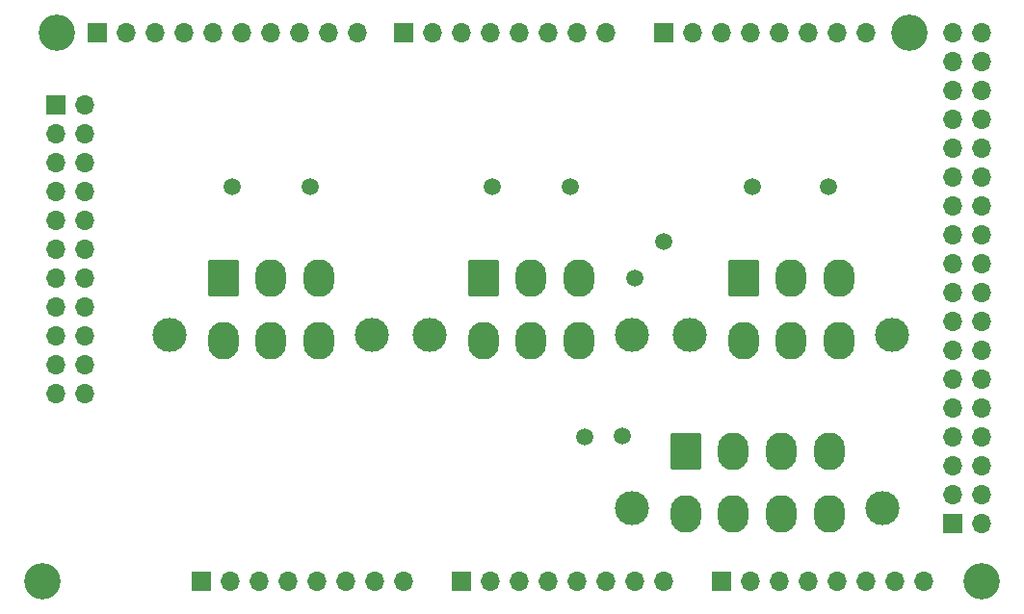
<source format=gbr>
%TF.GenerationSoftware,KiCad,Pcbnew,8.0.5*%
%TF.CreationDate,2024-10-06T15:19:25-06:00*%
%TF.ProjectId,ABSIS_Bus_Master,41425349-535f-4427-9573-5f4d61737465,5.0.0*%
%TF.SameCoordinates,Original*%
%TF.FileFunction,Soldermask,Bot*%
%TF.FilePolarity,Negative*%
%FSLAX46Y46*%
G04 Gerber Fmt 4.6, Leading zero omitted, Abs format (unit mm)*
G04 Created by KiCad (PCBNEW 8.0.5) date 2024-10-06 15:19:25*
%MOMM*%
%LPD*%
G01*
G04 APERTURE LIST*
G04 Aperture macros list*
%AMRoundRect*
0 Rectangle with rounded corners*
0 $1 Rounding radius*
0 $2 $3 $4 $5 $6 $7 $8 $9 X,Y pos of 4 corners*
0 Add a 4 corners polygon primitive as box body*
4,1,4,$2,$3,$4,$5,$6,$7,$8,$9,$2,$3,0*
0 Add four circle primitives for the rounded corners*
1,1,$1+$1,$2,$3*
1,1,$1+$1,$4,$5*
1,1,$1+$1,$6,$7*
1,1,$1+$1,$8,$9*
0 Add four rect primitives between the rounded corners*
20,1,$1+$1,$2,$3,$4,$5,0*
20,1,$1+$1,$4,$5,$6,$7,0*
20,1,$1+$1,$6,$7,$8,$9,0*
20,1,$1+$1,$8,$9,$2,$3,0*%
G04 Aperture macros list end*
%ADD10C,3.200000*%
%ADD11C,1.500000*%
%ADD12C,3.000000*%
%ADD13RoundRect,0.250001X-1.099999X-1.399999X1.099999X-1.399999X1.099999X1.399999X-1.099999X1.399999X0*%
%ADD14O,2.700000X3.300000*%
%ADD15R,1.700000X1.700000*%
%ADD16O,1.700000X1.700000*%
G04 APERTURE END LIST*
D10*
%TO.C,MK1*%
X3175000Y2540000D03*
%TD*%
%TO.C,MK3*%
X85725000Y2540000D03*
%TD*%
%TO.C,MK4*%
X4445000Y50800000D03*
%TD*%
%TO.C,MK6*%
X79375000Y50800000D03*
%TD*%
D11*
%TO.C,TP1*%
X50800000Y15240000D03*
%TD*%
%TO.C,TP2*%
X57785000Y32385000D03*
%TD*%
%TO.C,TP3*%
X55245000Y29210000D03*
%TD*%
%TO.C,TP4*%
X54102000Y15303500D03*
%TD*%
%TO.C,TP6*%
X65532000Y37211000D03*
%TD*%
%TO.C,TP10*%
X19812000Y37211000D03*
%TD*%
%TO.C,TP9*%
X26670000Y37211000D03*
%TD*%
%TO.C,TP8*%
X42672000Y37211000D03*
%TD*%
%TO.C,TP7*%
X49530000Y37211000D03*
%TD*%
%TO.C,TP5*%
X72263000Y37211000D03*
%TD*%
D12*
%TO.C,J1*%
X54990000Y8960000D03*
X76990000Y8960000D03*
D13*
X59690000Y14000000D03*
D14*
X63890000Y14000000D03*
X68090000Y14000000D03*
X72290000Y14000000D03*
X59690000Y8500000D03*
X63890000Y8500000D03*
X68090000Y8500000D03*
X72290000Y8500000D03*
%TD*%
D12*
%TO.C,J3*%
X37210000Y24170000D03*
X55010000Y24170000D03*
D13*
X41910000Y29210000D03*
D14*
X46110000Y29210000D03*
X50310000Y29210000D03*
X41910000Y23710000D03*
X46110000Y23710000D03*
X50310000Y23710000D03*
%TD*%
D12*
%TO.C,J4*%
X14350000Y24170000D03*
X32150000Y24170000D03*
D13*
X19050000Y29210000D03*
D14*
X23250000Y29210000D03*
X27450000Y29210000D03*
X19050000Y23710000D03*
X23250000Y23710000D03*
X27450000Y23710000D03*
%TD*%
D12*
%TO.C,J2*%
X60070000Y24170000D03*
X77870000Y24170000D03*
D13*
X64770000Y29210000D03*
D14*
X68970000Y29210000D03*
X73170000Y29210000D03*
X64770000Y23710000D03*
X68970000Y23710000D03*
X73170000Y23710000D03*
%TD*%
D15*
%TO.C,J5*%
X4360000Y44440000D03*
D16*
X6900000Y44440000D03*
X4360000Y41900000D03*
X6900000Y41900000D03*
X4360000Y39360000D03*
X6900000Y39360000D03*
X4360000Y36820000D03*
X6900000Y36820000D03*
X4360000Y34280000D03*
X6900000Y34280000D03*
X4360000Y31740000D03*
X6900000Y31740000D03*
X4360000Y29200000D03*
X6900000Y29200000D03*
X4360000Y26660000D03*
X6900000Y26660000D03*
X4360000Y24120000D03*
X6900000Y24120000D03*
X4360000Y21580000D03*
X6900000Y21580000D03*
X4360000Y19040000D03*
X6900000Y19040000D03*
%TD*%
D15*
%TO.C,P4*%
X83185000Y7620000D03*
D16*
X85725000Y7620000D03*
X83185000Y10160000D03*
X85725000Y10160000D03*
X83185000Y12700000D03*
X85725000Y12700000D03*
X83185000Y15240000D03*
X85725000Y15240000D03*
X83185000Y17780000D03*
X85725000Y17780000D03*
X83185000Y20320000D03*
X85725000Y20320000D03*
X83185000Y22860000D03*
X85725000Y22860000D03*
X83185000Y25400000D03*
X85725000Y25400000D03*
X83185000Y27940000D03*
X85725000Y27940000D03*
X83185000Y30480000D03*
X85725000Y30480000D03*
X83185000Y33020000D03*
X85725000Y33020000D03*
X83185000Y35560000D03*
X85725000Y35560000D03*
X83185000Y38100000D03*
X85725000Y38100000D03*
X83185000Y40640000D03*
X85725000Y40640000D03*
X83185000Y43180000D03*
X85725000Y43180000D03*
X83185000Y45720000D03*
X85725000Y45720000D03*
X83185000Y48260000D03*
X85725000Y48260000D03*
X83185000Y50800000D03*
X85725000Y50800000D03*
%TD*%
D15*
%TO.C,P1*%
X17145000Y2540000D03*
D16*
X19685000Y2540000D03*
X22225000Y2540000D03*
X24765000Y2540000D03*
X27305000Y2540000D03*
X29845000Y2540000D03*
X32385000Y2540000D03*
X34925000Y2540000D03*
%TD*%
D15*
%TO.C,P3*%
X62865000Y2540000D03*
D16*
X65405000Y2540000D03*
X67945000Y2540000D03*
X70485000Y2540000D03*
X73025000Y2540000D03*
X75565000Y2540000D03*
X78105000Y2540000D03*
X80645000Y2540000D03*
%TD*%
D15*
%TO.C,P5*%
X8001000Y50800000D03*
D16*
X10541000Y50800000D03*
X13081000Y50800000D03*
X15621000Y50800000D03*
X18161000Y50800000D03*
X20701000Y50800000D03*
X23241000Y50800000D03*
X25781000Y50800000D03*
X28321000Y50800000D03*
X30861000Y50800000D03*
%TD*%
D15*
%TO.C,P6*%
X34925000Y50800000D03*
D16*
X37465000Y50800000D03*
X40005000Y50800000D03*
X42545000Y50800000D03*
X45085000Y50800000D03*
X47625000Y50800000D03*
X50165000Y50800000D03*
X52705000Y50800000D03*
%TD*%
D15*
%TO.C,P7*%
X57785000Y50800000D03*
D16*
X60325000Y50800000D03*
X62865000Y50800000D03*
X65405000Y50800000D03*
X67945000Y50800000D03*
X70485000Y50800000D03*
X73025000Y50800000D03*
X75565000Y50800000D03*
%TD*%
D15*
%TO.C,P2*%
X40001201Y2540000D03*
D16*
X42541201Y2540000D03*
X45081201Y2540000D03*
X47621201Y2540000D03*
X50161201Y2540000D03*
X52701201Y2540000D03*
X55241201Y2540000D03*
X57781201Y2540000D03*
%TD*%
M02*

</source>
